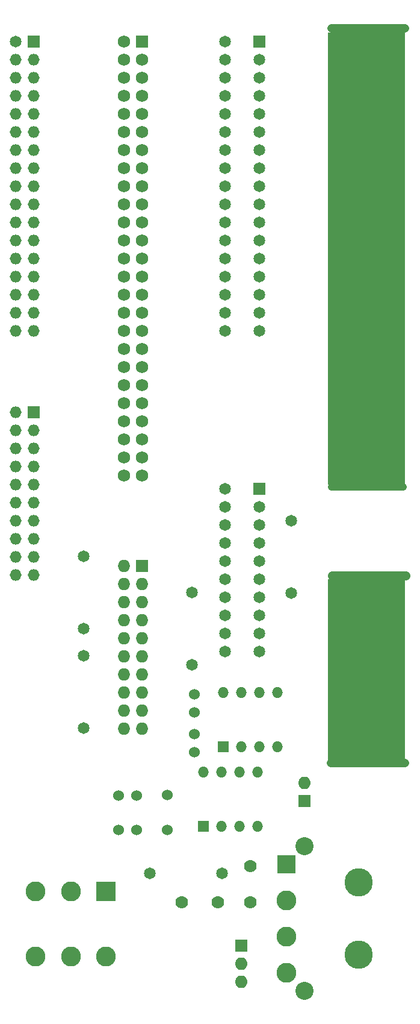
<source format=gbs>
G04 #@! TF.FileFunction,Soldermask,Bot*
%FSLAX46Y46*%
G04 Gerber Fmt 4.6, Leading zero omitted, Abs format (unit mm)*
G04 Created by KiCad (PCBNEW (after 2015-mar-04 BZR unknown)-product) date Sat 02 Oct 2021 11:04:02 EDT*
%MOMM*%
G01*
G04 APERTURE LIST*
%ADD10C,0.020000*%
%ADD11C,1.143000*%
%ADD12C,1.270000*%
%ADD13C,0.508000*%
%ADD14C,1.016000*%
%ADD15R,10.464800X2.590800*%
%ADD16C,1.778000*%
%ADD17R,2.540000X2.540000*%
%ADD18C,2.794000*%
%ADD19C,3.987800*%
%ADD20C,2.540000*%
%ADD21C,1.524000*%
%ADD22R,1.651000X1.651000*%
%ADD23O,1.651000X1.651000*%
%ADD24R,1.727200X1.727200*%
%ADD25C,1.727200*%
%ADD26C,1.651000*%
%ADD27R,1.524000X1.524000*%
%ADD28O,1.524000X1.524000*%
%ADD29O,1.727200X1.727200*%
%ADD30R,2.794000X2.794000*%
%ADD31R,1.778000X1.778000*%
%ADD32O,1.778000X1.778000*%
G04 APERTURE END LIST*
D10*
D11*
X120573800Y-131851000D02*
X130937000Y-131851000D01*
D12*
X120700800Y-105562000D02*
X131064000Y-105562000D01*
D13*
X130683000Y-131825600D02*
X130683000Y-105562000D01*
D14*
X120599200Y-93116400D02*
X130708400Y-93116400D01*
D11*
X120624600Y-28625800D02*
X130937000Y-28625800D01*
D13*
X130683000Y-93167200D02*
X130683000Y-28651200D01*
D15*
X125349000Y-107314600D03*
X125349000Y-109854600D03*
X125349000Y-112394600D03*
X125349000Y-114934600D03*
X125349000Y-117474600D03*
X125349000Y-120014600D03*
X125349000Y-122554600D03*
X125349000Y-125094600D03*
X125349000Y-127634600D03*
X125349000Y-130174600D03*
X125349000Y-30480000D03*
X125349000Y-33020000D03*
X125349000Y-35560000D03*
X125349000Y-38100000D03*
X125349000Y-40640000D03*
X125349000Y-43180000D03*
X125349000Y-45720000D03*
X125349000Y-48260000D03*
X125349000Y-50800000D03*
X125349000Y-53340000D03*
X125349000Y-55880000D03*
X125349000Y-58420000D03*
X125349000Y-60960000D03*
X125349000Y-63500000D03*
X125349000Y-66040000D03*
X125349000Y-68580000D03*
X125349000Y-71120000D03*
X125349000Y-73660000D03*
X125349000Y-76200000D03*
X125349000Y-78740000D03*
X125349000Y-81280000D03*
X125349000Y-83820000D03*
X125349000Y-86360000D03*
X125349000Y-88900000D03*
X125349000Y-91440000D03*
D16*
X99568000Y-151384000D03*
X104648000Y-151384000D03*
X109220000Y-151384000D03*
X109220000Y-146304000D03*
D17*
X114300000Y-146050000D03*
D18*
X114300000Y-151130000D03*
X114300000Y-156210000D03*
X114300000Y-161290000D03*
D19*
X124460000Y-158750000D03*
X124460000Y-148590000D03*
D20*
X116840000Y-163830000D03*
X116840000Y-143510000D03*
D21*
X101346000Y-124714000D03*
X101346000Y-122174000D03*
D22*
X78740000Y-82550000D03*
D23*
X76200000Y-82550000D03*
X78740000Y-85090000D03*
X76200000Y-85090000D03*
X78740000Y-87630000D03*
X76200000Y-87630000D03*
X78740000Y-90170000D03*
X76200000Y-90170000D03*
X78740000Y-92710000D03*
X76200000Y-92710000D03*
X78740000Y-95250000D03*
X76200000Y-95250000D03*
X78740000Y-97790000D03*
X76200000Y-97790000D03*
X78740000Y-100330000D03*
X76200000Y-100330000D03*
X78740000Y-102870000D03*
X76200000Y-102870000D03*
X78740000Y-105410000D03*
X76200000Y-105410000D03*
D24*
X93980000Y-30480000D03*
D25*
X91440000Y-30480000D03*
X93980000Y-33020000D03*
X91440000Y-33020000D03*
X93980000Y-35560000D03*
X91440000Y-35560000D03*
X93980000Y-38100000D03*
X91440000Y-38100000D03*
X93980000Y-40640000D03*
X91440000Y-40640000D03*
X93980000Y-43180000D03*
X91440000Y-43180000D03*
X93980000Y-45720000D03*
X91440000Y-45720000D03*
X93980000Y-48260000D03*
X91440000Y-48260000D03*
X93980000Y-50800000D03*
X91440000Y-50800000D03*
X93980000Y-53340000D03*
X91440000Y-53340000D03*
X93980000Y-55880000D03*
X91440000Y-55880000D03*
X93980000Y-58420000D03*
X91440000Y-58420000D03*
X93980000Y-60960000D03*
X91440000Y-60960000D03*
X93980000Y-63500000D03*
X91440000Y-63500000D03*
X93980000Y-66040000D03*
X91440000Y-66040000D03*
X93980000Y-68580000D03*
X91440000Y-68580000D03*
X93980000Y-71120000D03*
X91440000Y-71120000D03*
X93980000Y-73660000D03*
X91440000Y-73660000D03*
X93980000Y-76200000D03*
X91440000Y-76200000D03*
X93980000Y-78740000D03*
X91440000Y-78740000D03*
X93980000Y-81280000D03*
X91440000Y-81280000D03*
X93980000Y-83820000D03*
X91440000Y-83820000D03*
X93980000Y-86360000D03*
X91440000Y-86360000D03*
X93980000Y-88900000D03*
X91440000Y-88900000D03*
X93980000Y-91440000D03*
X91440000Y-91440000D03*
D22*
X78740000Y-30480000D03*
D26*
X76200000Y-30480000D03*
D23*
X78740000Y-33020000D03*
X76200000Y-33020000D03*
X78740000Y-35560000D03*
X76200000Y-35560000D03*
X78740000Y-38100000D03*
X76200000Y-38100000D03*
X78740000Y-40640000D03*
X76200000Y-40640000D03*
X78740000Y-43180000D03*
X76200000Y-43180000D03*
X78740000Y-45720000D03*
X76200000Y-45720000D03*
X78740000Y-48260000D03*
X76200000Y-48260000D03*
X78740000Y-50800000D03*
X76200000Y-50800000D03*
X78740000Y-53340000D03*
X76200000Y-53340000D03*
X78740000Y-55880000D03*
X76200000Y-55880000D03*
X78740000Y-58420000D03*
X76200000Y-58420000D03*
X78740000Y-60960000D03*
X76200000Y-60960000D03*
X78740000Y-63500000D03*
X76200000Y-63500000D03*
X78740000Y-66040000D03*
X76200000Y-66040000D03*
X78740000Y-68580000D03*
X76200000Y-68580000D03*
X78740000Y-71120000D03*
X76200000Y-71120000D03*
D27*
X105410000Y-129540000D03*
D28*
X113030000Y-121920000D03*
X107950000Y-129540000D03*
X110490000Y-121920000D03*
X110490000Y-129540000D03*
X107950000Y-121920000D03*
X113030000Y-129540000D03*
X105410000Y-121920000D03*
D24*
X93980000Y-104140000D03*
D29*
X91440000Y-104140000D03*
X93980000Y-106680000D03*
X91440000Y-106680000D03*
X93980000Y-109220000D03*
X91440000Y-109220000D03*
X93980000Y-111760000D03*
X91440000Y-111760000D03*
X93980000Y-114300000D03*
X91440000Y-114300000D03*
X93980000Y-116840000D03*
X91440000Y-116840000D03*
X93980000Y-119380000D03*
X91440000Y-119380000D03*
X93980000Y-121920000D03*
X91440000Y-121920000D03*
X93980000Y-124460000D03*
X91440000Y-124460000D03*
X93980000Y-127000000D03*
X91440000Y-127000000D03*
D26*
X114935000Y-97868740D03*
X114935000Y-108028740D03*
X100965000Y-118031260D03*
X100965000Y-107871260D03*
X85725000Y-126921260D03*
X85725000Y-116761260D03*
X85725000Y-112951260D03*
X85725000Y-102791260D03*
X95074740Y-147320000D03*
X105234740Y-147320000D03*
D21*
X101346000Y-127762000D03*
X101346000Y-130302000D03*
X90678000Y-141224000D03*
X93218000Y-141224000D03*
X90678000Y-136398000D03*
X93218000Y-136398000D03*
D27*
X102616000Y-140716000D03*
D28*
X110236000Y-133096000D03*
X105156000Y-140716000D03*
X107696000Y-133096000D03*
X107696000Y-140716000D03*
X105156000Y-133096000D03*
X110236000Y-140716000D03*
X102616000Y-133096000D03*
D30*
X88900000Y-149860000D03*
D18*
X88900000Y-159004000D03*
X83947000Y-149860000D03*
X83947000Y-159004000D03*
X78994000Y-149860000D03*
X78994000Y-159004000D03*
D31*
X116840000Y-137160000D03*
D32*
X116840000Y-134620000D03*
D22*
X110490000Y-93345000D03*
D26*
X105638600Y-93345000D03*
X110490000Y-95885000D03*
X105638600Y-95885000D03*
X110490000Y-98425000D03*
X105638600Y-98425000D03*
X110490000Y-100965000D03*
X105638600Y-100965000D03*
X110490000Y-103505000D03*
X105638600Y-103505000D03*
X110490000Y-106045000D03*
X105638600Y-106045000D03*
X110490000Y-108585000D03*
X105638600Y-108585000D03*
X110490000Y-111125000D03*
X105638600Y-111125000D03*
X110490000Y-113665000D03*
X105638600Y-113665000D03*
X110490000Y-116205000D03*
X105638600Y-116205000D03*
D22*
X110490000Y-30480000D03*
D26*
X105638600Y-30480000D03*
X110490000Y-33020000D03*
X105638600Y-33020000D03*
X110490000Y-35560000D03*
X105638600Y-35560000D03*
X110490000Y-38100000D03*
X105638600Y-38100000D03*
X110490000Y-40640000D03*
X105638600Y-40640000D03*
X110490000Y-43180000D03*
X105638600Y-43180000D03*
X110490000Y-45720000D03*
X105638600Y-45720000D03*
X110490000Y-48260000D03*
X105638600Y-48260000D03*
X110490000Y-50800000D03*
X105638600Y-50800000D03*
X110490000Y-53340000D03*
X105638600Y-53340000D03*
X110490000Y-55880000D03*
X105638600Y-55880000D03*
X110490000Y-58420000D03*
X105638600Y-58420000D03*
X110490000Y-60960000D03*
X105638600Y-60960000D03*
X110490000Y-63500000D03*
X105638600Y-63500000D03*
X110490000Y-66040000D03*
X105638600Y-66040000D03*
X110490000Y-68580000D03*
X105638600Y-68580000D03*
X110490000Y-71120000D03*
X105638600Y-71120000D03*
D31*
X107950000Y-157480000D03*
D32*
X107950000Y-160020000D03*
X107950000Y-162560000D03*
D21*
X97536000Y-141224000D03*
X97536000Y-136344000D03*
M02*

</source>
